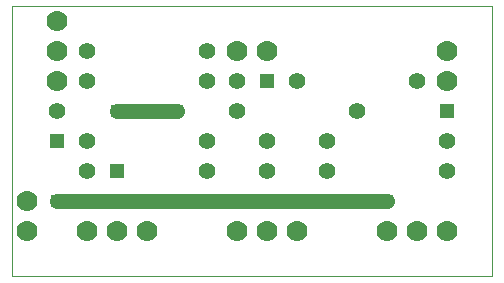
<source format=gtl>
G75*
%MOIN*%
%OFA0B0*%
%FSLAX25Y25*%
%IPPOS*%
%LPD*%
%AMOC8*
5,1,8,0,0,1.08239X$1,22.5*
%
%ADD10C,0.00000*%
%ADD11C,0.05543*%
%ADD12R,0.04756X0.04756*%
%ADD13C,0.07000*%
%ADD14R,0.03962X0.03962*%
%ADD15C,0.05000*%
D10*
X0036115Y0025337D02*
X0196115Y0025337D01*
X0196115Y0115337D01*
X0036115Y0115337D01*
X0036115Y0025337D01*
D11*
X0061115Y0060337D03*
X0061115Y0070337D03*
X0051115Y0080337D03*
X0061115Y0090337D03*
X0061115Y0100337D03*
X0101115Y0100337D03*
X0101115Y0090337D03*
X0111115Y0090337D03*
X0111115Y0080337D03*
X0101115Y0070337D03*
X0101115Y0060337D03*
X0121115Y0060337D03*
X0121115Y0070337D03*
X0141115Y0070337D03*
X0141115Y0060337D03*
X0151115Y0080337D03*
X0131115Y0090337D03*
X0171115Y0090337D03*
X0181115Y0070337D03*
X0181115Y0060337D03*
D12*
X0181115Y0080337D03*
X0121115Y0090337D03*
X0071115Y0060337D03*
X0051115Y0070337D03*
D13*
X0051115Y0090337D03*
X0051115Y0100337D03*
X0051115Y0110337D03*
X0111115Y0100337D03*
X0121115Y0100337D03*
X0181115Y0100337D03*
X0181115Y0090337D03*
X0181115Y0040337D03*
X0171115Y0040337D03*
X0161115Y0040337D03*
X0131115Y0040337D03*
X0121115Y0040337D03*
X0111115Y0040337D03*
X0081115Y0040337D03*
X0071115Y0040337D03*
X0061115Y0040337D03*
X0041115Y0040337D03*
X0041115Y0050337D03*
D14*
X0051115Y0050337D03*
X0071115Y0080337D03*
X0091115Y0080337D03*
X0131115Y0090337D03*
X0161115Y0050337D03*
D15*
X0051115Y0050337D01*
X0071115Y0080337D02*
X0091115Y0080337D01*
M02*

</source>
